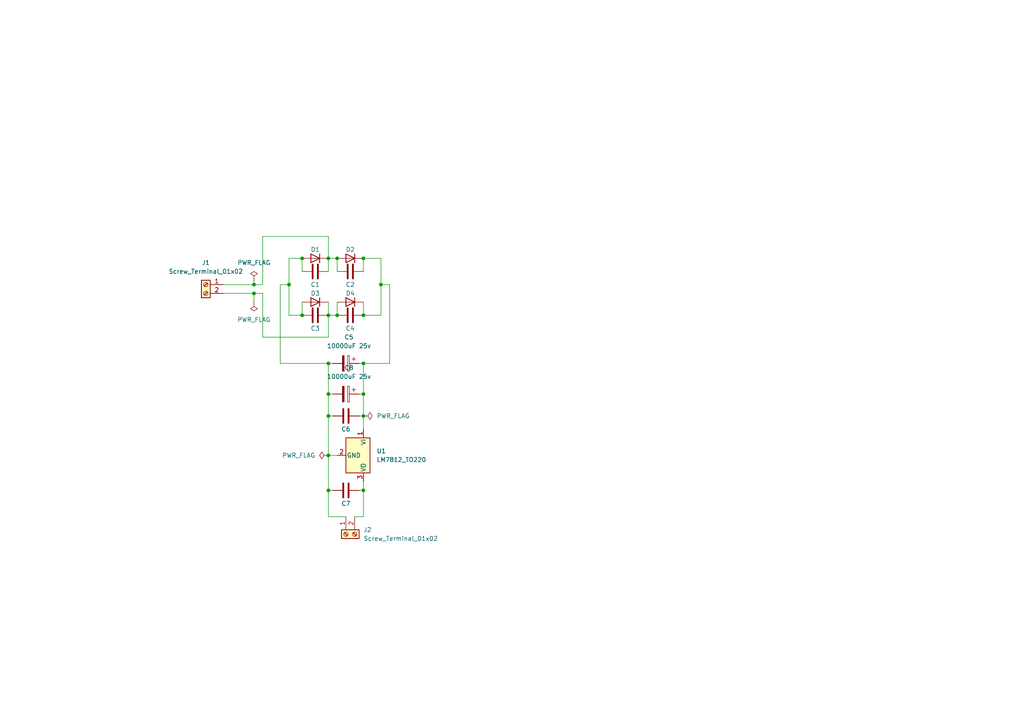
<source format=kicad_sch>
(kicad_sch (version 20230121) (generator eeschema)
  (paper "A4")
  (lib_symbols
    (symbol "Connector:Screw_Terminal_01x02" (pin_names (offset 1.016) hide)
      (property "Reference" "J" (at 0 2.54 0))
      (property "Value" "Screw_Terminal_01x02" (at 0 -5.08 0))
      (symbol "Screw_Terminal_01x02_1_1"
        (rectangle (start -1.27 1.27) (end 1.27 -3.81) (stroke (width 0.254)) (fill (type background)))
        (circle (center 0 -2.54) (radius 0.635) (stroke (width 0.1524)))
        (polyline (pts (xy -0.5334 -2.2098) (xy 0.3302 -3.048)) (stroke (width 0.1524)))
        (polyline (pts (xy -0.5334 0.3302) (xy 0.3302 -0.508)) (stroke (width 0.1524)))
        (polyline (pts (xy -0.3556 -2.032) (xy 0.508 -2.8702)) (stroke (width 0.1524)))
        (polyline (pts (xy -0.3556 0.508) (xy 0.508 -0.3302)) (stroke (width 0.1524)))
        (circle (center 0 0) (radius 0.635) (stroke (width 0.1524)))
        (pin passive line (at -5.08 0 0) (length 3.81) (name "Pin_1") (number "1"))
        (pin passive line (at -5.08 -2.54 0) (length 3.81) (name "Pin_2") (number "2"))
      )
    )
    (symbol "Device:C" (pin_numbers hide) (pin_names (offset 0.254))
      (property "Reference" "C" (at 0.635 2.54 0))
      (property "Value" "C" (at 0.635 -2.54 0))
      (symbol "C_0_1"
        (polyline (pts (xy -2.032 -0.762) (xy 2.032 -0.762)) (stroke (width 0.508)))
        (polyline (pts (xy -2.032 0.762) (xy 2.032 0.762)) (stroke (width 0.508)))
      )
      (symbol "C_1_1"
        (pin passive line (at 0 3.81 270) (length 2.794) (name "~") (number "1"))
        (pin passive line (at 0 -3.81 90) (length 2.794) (name "~") (number "2"))
      )
    )
    (symbol "Device:C_Polarized" (pin_numbers hide) (pin_names (offset 0.254))
      (property "Reference" "C" (at 0.635 2.54 0))
      (property "Value" "C_Polarized" (at 0.635 -2.54 0))
      (symbol "C_Polarized_0_1"
        (rectangle (start -2.286 0.508) (end 2.286 1.016))
        (polyline (pts (xy -1.778 2.286) (xy -0.762 2.286)))
        (polyline (pts (xy -1.27 2.794) (xy -1.27 1.778)))
        (rectangle (start 2.286 -0.508) (end -2.286 -1.016) (fill (type outline)))
      )
      (symbol "C_Polarized_1_1"
        (pin passive line (at 0 3.81 270) (length 2.794) (name "~") (number "1"))
        (pin passive line (at 0 -3.81 90) (length 2.794) (name "~") (number "2"))
      )
    )
    (symbol "Diode:BYV79-100" (pin_numbers hide) (pin_names hide)
      (property "Reference" "D" (at 0 2.54 0))
      (property "Value" "BYV79-100" (at 0 -2.54 0))
      (symbol "BYV79-100_0_1"
        (polyline (pts (xy -1.27 1.27) (xy -1.27 -1.27)) (stroke (width 0.254)))
        (polyline (pts (xy 1.27 0) (xy -1.27 0)))
        (polyline (pts (xy 1.27 1.27) (xy 1.27 -1.27) (xy -1.27 0) (xy 1.27 1.27)) (stroke (width 0.254)))
      )
      (symbol "BYV79-100_1_1"
        (pin passive line (at -3.81 0 0) (length 2.54) (name "K") (number "1"))
        (pin passive line (at 3.81 0 180) (length 2.54) (name "A") (number "2"))
      )
    )
    (symbol "Regulator_Linear:LM7812_TO220" (pin_names (offset 0.254))
      (property "Reference" "U" (at -3.81 3.175 0))
      (property "Value" "LM7812_TO220" (at 0 3.175 0))
      (symbol "LM7812_TO220_0_1"
        (rectangle (start -5.08 1.905) (end 5.08 -5.08) (stroke (width 0.254)) (fill (type background)))
      )
      (symbol "LM7812_TO220_1_1"
        (pin power_in line (at -7.62 0 0) (length 2.54) (name "VI") (number "1"))
        (pin power_in line (at 0 -7.62 90) (length 2.54) (name "GND") (number "2"))
        (pin power_out line (at 7.62 0 180) (length 2.54) (name "VO") (number "3"))
      )
    )
    (symbol "power:PWR_FLAG" (power) (pin_numbers hide) (pin_names (offset 0) hide)
      (property "Value" "PWR_FLAG" (at 0 3.81 0))
      (symbol "PWR_FLAG_0_0"
        (pin power_out line (at 0 0 90) (length 0) (name "pwr") (number "1"))
      )
      (symbol "PWR_FLAG_0_1"
        (polyline (pts (xy 0 0) (xy 0 1.27) (xy -1.016 1.905) (xy 0 2.54) (xy 1.016 1.905) (xy 0 1.27)))
      )
    )
  )
  (junction (at 105.41 91.44))
  (junction (at 95.25 114.3))
  (junction (at 83.82 82.55))
  (junction (at 105.41 105.41))
  (junction (at 87.63 91.44))
  (junction (at 95.25 91.44))
  (junction (at 87.63 74.93))
  (junction (at 95.25 120.65))
  (junction (at 97.79 74.93))
  (junction (at 73.66 82.55))
  (junction (at 105.41 120.65))
  (junction (at 95.25 74.93))
  (junction (at 73.66 85.09))
  (junction (at 95.25 105.41))
  (junction (at 95.25 132.08))
  (junction (at 105.41 74.93))
  (junction (at 95.25 142.24))
  (junction (at 105.41 142.24))
  (junction (at 97.79 91.44))
  (junction (at 110.49 82.55))
  (junction (at 105.41 114.3))
  (wire (pts (xy 95.25 120.65) (xy 96.52 120.65)))
  (wire (pts (xy 73.66 82.55) (xy 76.2 82.55)))
  (wire (pts (xy 87.63 74.93) (xy 87.63 78.74)))
  (wire (pts (xy 95.25 91.44) (xy 97.79 91.44)))
  (wire (pts (xy 95.25 91.44) (xy 95.25 97.79)))
  (wire (pts (xy 105.41 105.41) (xy 113.03 105.41)))
  (wire (pts (xy 102.87 149.86) (xy 105.41 149.86)))
  (wire (pts (xy 95.25 120.65) (xy 95.25 132.08)))
  (wire (pts (xy 97.79 132.08) (xy 95.25 132.08)))
  (wire (pts (xy 76.2 97.79) (xy 95.25 97.79)))
  (wire (pts (xy 76.2 68.58) (xy 76.2 82.55)))
  (wire (pts (xy 73.66 85.09) (xy 76.2 85.09)))
  (wire (pts (xy 76.2 68.58) (xy 95.25 68.58)))
  (wire (pts (xy 105.41 74.93) (xy 110.49 74.93)))
  (wire (pts (xy 105.41 91.44) (xy 110.49 91.44)))
  (wire (pts (xy 104.14 120.65) (xy 105.41 120.65)))
  (wire (pts (xy 83.82 82.55) (xy 83.82 91.44)))
  (wire (pts (xy 87.63 87.63) (xy 87.63 91.44)))
  (wire (pts (xy 83.82 74.93) (xy 83.82 82.55)))
  (wire (pts (xy 113.03 82.55) (xy 113.03 105.41)))
  (wire (pts (xy 95.25 149.86) (xy 100.33 149.86)))
  (wire (pts (xy 105.41 120.65) (xy 105.41 124.46)))
  (wire (pts (xy 73.66 81.28) (xy 73.66 82.55)))
  (wire (pts (xy 64.77 85.09) (xy 73.66 85.09)))
  (wire (pts (xy 104.14 142.24) (xy 105.41 142.24)))
  (wire (pts (xy 95.25 142.24) (xy 95.25 149.86)))
  (wire (pts (xy 104.14 105.41) (xy 105.41 105.41)))
  (wire (pts (xy 95.25 132.08) (xy 95.25 142.24)))
  (wire (pts (xy 81.28 105.41) (xy 95.25 105.41)))
  (wire (pts (xy 95.25 68.58) (xy 95.25 74.93)))
  (wire (pts (xy 110.49 74.93) (xy 110.49 82.55)))
  (wire (pts (xy 87.63 74.93) (xy 83.82 74.93)))
  (wire (pts (xy 83.82 91.44) (xy 87.63 91.44)))
  (wire (pts (xy 73.66 85.09) (xy 73.66 87.63)))
  (wire (pts (xy 105.41 87.63) (xy 105.41 91.44)))
  (wire (pts (xy 81.28 82.55) (xy 81.28 105.41)))
  (wire (pts (xy 104.14 114.3) (xy 105.41 114.3)))
  (wire (pts (xy 95.25 74.93) (xy 97.79 74.93)))
  (wire (pts (xy 97.79 74.93) (xy 97.79 78.74)))
  (wire (pts (xy 83.82 82.55) (xy 81.28 82.55)))
  (wire (pts (xy 105.41 74.93) (xy 105.41 78.74)))
  (wire (pts (xy 64.77 82.55) (xy 73.66 82.55)))
  (wire (pts (xy 105.41 114.3) (xy 105.41 120.65)))
  (wire (pts (xy 95.25 142.24) (xy 96.52 142.24)))
  (wire (pts (xy 110.49 82.55) (xy 110.49 91.44)))
  (wire (pts (xy 95.25 114.3) (xy 96.52 114.3)))
  (wire (pts (xy 95.25 74.93) (xy 95.25 78.74)))
  (wire (pts (xy 95.25 105.41) (xy 95.25 114.3)))
  (wire (pts (xy 110.49 82.55) (xy 113.03 82.55)))
  (wire (pts (xy 95.25 105.41) (xy 96.52 105.41)))
  (wire (pts (xy 95.25 87.63) (xy 95.25 91.44)))
  (wire (pts (xy 76.2 85.09) (xy 76.2 97.79)))
  (wire (pts (xy 105.41 139.7) (xy 105.41 142.24)))
  (wire (pts (xy 105.41 142.24) (xy 105.41 149.86)))
  (wire (pts (xy 97.79 87.63) (xy 97.79 91.44)))
  (wire (pts (xy 105.41 105.41) (xy 105.41 114.3)))
  (wire (pts (xy 95.25 114.3) (xy 95.25 120.65)))
  (symbol (lib_id "power:PWR_FLAG") (at 73.66 87.63 180) (unit 1)
    (property "Reference" "#FLG01" (effects hide))
    (property "Value" "PWR_FLAG" (at 73.66 92.71 0))
  )
  (symbol (lib_id "power:PWR_FLAG") (at 105.41 120.65 270) (unit 1)
    (property "Reference" "#FLG03" (effects hide))
    (property "Value" "PWR_FLAG" (at 109.22 120.65 90) (effects (justify left)))
  )
  (symbol (lib_id "power:PWR_FLAG") (at 73.66 81.28 0) (mirror y) (unit 1)
    (property "Reference" "#FLG02" (effects hide))
    (property "Value" "PWR_FLAG" (at 73.66 76.2 0))
  )
  (symbol (lib_id "Device:C") (at 101.6 91.44 270) (unit 1)
    (property "Reference" "C4" (at 101.6 95.25 90))
    (property "Value" "C" (effects hide))
    (property "Footprint" "Capacitor_THT:C_Disc_D4.3mm_W1.9mm_P5.00mm" (effects hide))
  )
  (symbol (lib_id "Regulator_Linear:LM7812_TO220") (at 105.41 132.08 270) (unit 1)
    (property "Reference" "U1" (at 109.22 130.81 90) (effects (justify left)))
    (property "Value" "LM7812_TO220" (at 109.22 133.35 90) (effects (justify left)))
    (property "Footprint" "Package_TO_SOT_THT:TO-220-3_Vertical" (effects hide))
    (property "Datasheet" "https://www.onsemi.cn/PowerSolutions/document/MC7800-D.PDF" (effects hide))
  )
  (symbol (lib_id "Diode:BYV79-100") (at 101.6 87.63 0) (mirror y) (unit 1)
    (property "Reference" "D4" (at 101.6 85.09 0))
    (property "Value" "BYV79-100" (effects hide))
    (property "Footprint" "Package_TO_SOT_THT:TO-220-2_Vertical" (effects hide))
    (property "Datasheet" "http://pdf.datasheetcatalog.com/datasheet/philips/BYV79-100.pdf" (effects hide))
    (property "Sim.Device" "D" (effects hide))
    (property "Sim.Pins" "1=K 2=A" (effects hide))
  )
  (symbol (lib_id "Device:C_Polarized") (at 100.33 105.41 270) (unit 1)
    (property "Reference" "C5" (at 101.219 97.79 90))
    (property "Value" "10000uF 25v" (at 101.219 100.33 90))
    (property "Footprint" "Library:CAPPRD750W85D1800H3750" (effects hide))
  )
  (symbol (lib_id "Device:C") (at 101.6 78.74 270) (unit 1)
    (property "Reference" "C2" (at 101.6 82.55 90))
    (property "Value" "C" (effects hide))
    (property "Footprint" "Capacitor_THT:C_Disc_D4.3mm_W1.9mm_P5.00mm" (effects hide))
  )
  (symbol (lib_id "Device:C") (at 100.33 120.65 270) (unit 1)
    (property "Reference" "C6" (at 100.33 124.46 90))
    (property "Value" "C" (effects hide))
    (property "Footprint" "SamacSys_Parts:R82_7.2X3.5_" (effects hide))
  )
  (symbol (lib_id "Device:C_Polarized") (at 100.33 114.3 270) (unit 1)
    (property "Reference" "C8" (at 101.219 106.68 90))
    (property "Value" "10000uF 25v" (at 101.219 109.22 90))
    (property "Footprint" "Library:CAPPRD750W85D1800H3750" (effects hide))
  )
  (symbol (lib_id "Connector:Screw_Terminal_01x02") (at 59.69 82.55 0) (mirror y) (unit 1)
    (property "Reference" "J1" (at 59.69 76.2 0))
    (property "Value" "Screw_Terminal_01x02" (at 59.69 78.74 0))
    (property "Footprint" "TerminalBlock:TerminalBlock_Altech_AK300-2_P5.00mm" (effects hide))
  )
  (symbol (lib_id "power:PWR_FLAG") (at 95.25 132.08 90) (unit 1)
    (property "Reference" "#FLG04" (effects hide))
    (property "Value" "PWR_FLAG" (at 91.44 132.08 90) (effects (justify left)))
  )
  (symbol (lib_id "Diode:BYV79-100") (at 91.44 87.63 0) (mirror y) (unit 1)
    (property "Reference" "D3" (at 91.44 85.09 0))
    (property "Value" "BYV79-100" (effects hide))
    (property "Footprint" "Package_TO_SOT_THT:TO-220-2_Vertical" (effects hide))
    (property "Datasheet" "http://pdf.datasheetcatalog.com/datasheet/philips/BYV79-100.pdf" (effects hide))
    (property "Sim.Device" "D" (effects hide))
    (property "Sim.Pins" "1=K 2=A" (effects hide))
  )
  (symbol (lib_id "Device:C") (at 100.33 142.24 270) (unit 1)
    (property "Reference" "C7" (at 100.33 146.05 90))
    (property "Value" "C" (effects hide))
    (property "Footprint" "SamacSys_Parts:R82DC3220DQ60J" (effects hide))
  )
  (symbol (lib_id "Diode:BYV79-100") (at 101.6 74.93 0) (mirror y) (unit 1)
    (property "Reference" "D2" (at 101.6 72.39 0))
    (property "Value" "BYV79-100" (effects hide))
    (property "Footprint" "Package_TO_SOT_THT:TO-220-2_Vertical" (effects hide))
    (property "Datasheet" "http://pdf.datasheetcatalog.com/datasheet/philips/BYV79-100.pdf" (effects hide))
    (property "Sim.Device" "D" (effects hide))
    (property "Sim.Pins" "1=K 2=A" (effects hide))
  )
  (symbol (lib_id "Diode:BYV79-100") (at 91.44 74.93 0) (mirror y) (unit 1)
    (property "Reference" "D1" (at 91.44 72.39 0))
    (property "Value" "BYV79-100" (effects hide))
    (property "Footprint" "Package_TO_SOT_THT:TO-220-2_Vertical" (effects hide))
    (property "Datasheet" "http://pdf.datasheetcatalog.com/datasheet/philips/BYV79-100.pdf" (effects hide))
    (property "Sim.Device" "D" (effects hide))
    (property "Sim.Pins" "1=K 2=A" (effects hide))
  )
  (symbol (lib_id "Connector:Screw_Terminal_01x02") (at 100.33 154.94 90) (mirror x) (unit 1)
    (property "Reference" "J2" (at 105.41 153.67 90) (effects (justify right)))
    (property "Value" "Screw_Terminal_01x02" (at 105.41 156.21 90) (effects (justify right)))
    (property "Footprint" "TerminalBlock:TerminalBlock_Altech_AK300-2_P5.00mm" (effects hide))
  )
  (symbol (lib_id "Device:C") (at 91.44 91.44 270) (unit 1)
    (property "Reference" "C3" (at 91.44 95.25 90))
    (property "Value" "C" (effects hide))
    (property "Footprint" "Capacitor_THT:C_Disc_D4.3mm_W1.9mm_P5.00mm" (effects hide))
  )
  (symbol (lib_id "Device:C") (at 91.44 78.74 270) (unit 1)
    (property "Reference" "C1" (at 91.44 82.55 90))
    (property "Value" "C" (effects hide))
    (property "Footprint" "Capacitor_THT:C_Disc_D4.3mm_W1.9mm_P5.00mm" (effects hide))
  )
)
</source>
